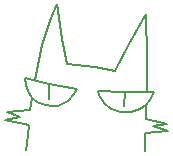
<source format=gbr>
%TF.GenerationSoftware,KiCad,Pcbnew,5.1.7-a382d34a8~88~ubuntu18.04.1*%
%TF.CreationDate,2020-12-02T18:34:38+09:00*%
%TF.ProjectId,iCEboy-pcb,69434562-6f79-42d7-9063-622e6b696361,rev?*%
%TF.SameCoordinates,PX20e6da0PY5b136e0*%
%TF.FileFunction,Legend,Bot*%
%TF.FilePolarity,Positive*%
%FSLAX46Y46*%
G04 Gerber Fmt 4.6, Leading zero omitted, Abs format (unit mm)*
G04 Created by KiCad (PCBNEW 5.1.7-a382d34a8~88~ubuntu18.04.1) date 2020-12-02 18:34:38*
%MOMM*%
%LPD*%
G01*
G04 APERTURE LIST*
%ADD10C,0.200000*%
G04 APERTURE END LIST*
D10*
X44297032Y7652210D02*
X42577782Y7987066D01*
X42577782Y7987066D02*
X40176432Y8232211D01*
X39791475Y10329951D02*
X39334323Y13267121D01*
X37052540Y4291023D02*
X37213082Y5353293D01*
X43293435Y4926601D02*
X43962806Y4377614D01*
X36873895Y5905592D02*
X37213082Y5376720D01*
X42920079Y5606642D02*
X43293435Y4926601D01*
X42826740Y5926661D02*
X42920079Y5606642D01*
X34972950Y3486510D02*
X36946400Y3059817D01*
X38113138Y4801636D02*
X38813182Y4686579D01*
X40306612Y5113272D02*
X40781685Y5704208D01*
X44732185Y4148645D02*
X45590621Y4193387D01*
X45106900Y5886660D02*
X45000200Y4633246D01*
X37213082Y5376720D02*
X37665610Y5002619D01*
X38813182Y4686579D02*
X39429887Y4699913D01*
X38707100Y6527290D02*
X38679236Y5272680D01*
X43962806Y4377614D02*
X44732185Y4148645D01*
X37052540Y4291023D02*
X35079619Y4179885D01*
X46880706Y4760754D02*
X47240350Y5166616D01*
X36786390Y1486387D02*
X36759723Y979689D01*
X48760500Y2526451D02*
X46840380Y2393109D01*
X38707120Y6527291D02*
X36626390Y7033390D01*
X37665610Y5002619D02*
X38113138Y4801636D01*
X47533700Y5886660D02*
X45106880Y5886660D01*
X36626380Y7033390D02*
X36699718Y6445070D01*
X38868552Y12130182D02*
X38091633Y9833511D01*
X47240350Y5166616D02*
X47533701Y5886662D01*
X36946400Y3059817D02*
X36786390Y1486387D01*
X36699718Y6445070D02*
X36873895Y5905592D01*
X47533701Y5886662D02*
X47533700Y5886660D01*
X46369055Y4423139D02*
X46880706Y4760754D01*
X36226360Y3699856D02*
X34972950Y3486510D01*
X35079619Y4179885D02*
X36226360Y3699856D01*
X40781685Y5704208D02*
X40999988Y6099999D01*
X39429887Y4699913D02*
X40306612Y5113272D01*
X40999988Y6099999D02*
X41000000Y6100000D01*
X45590621Y4193387D02*
X46369055Y4423139D01*
X40176432Y8232211D02*
X39791475Y10329951D01*
X47480419Y2979812D02*
X48760500Y2526451D01*
X48627160Y3166490D02*
X47480419Y2979812D01*
X46858400Y3555587D02*
X48627160Y3166490D01*
X45106880Y5886660D02*
X42826740Y5926661D01*
X46877252Y12475110D02*
X45481812Y9872800D01*
X46938400Y5894590D02*
X46990396Y8741360D01*
X46990396Y8741360D02*
X46877252Y12475110D01*
X45481812Y9872800D02*
X44297032Y7652210D01*
X39334323Y13267121D02*
X38868552Y12130182D01*
X46813713Y1539724D02*
X46787046Y846348D01*
X38091633Y9833511D02*
X37452608Y6824511D01*
X46858400Y3555587D02*
X46907054Y4806587D01*
X46840380Y2393109D02*
X46813713Y1539724D01*
X41000000Y6100000D02*
X38707120Y6527291D01*
M02*

</source>
